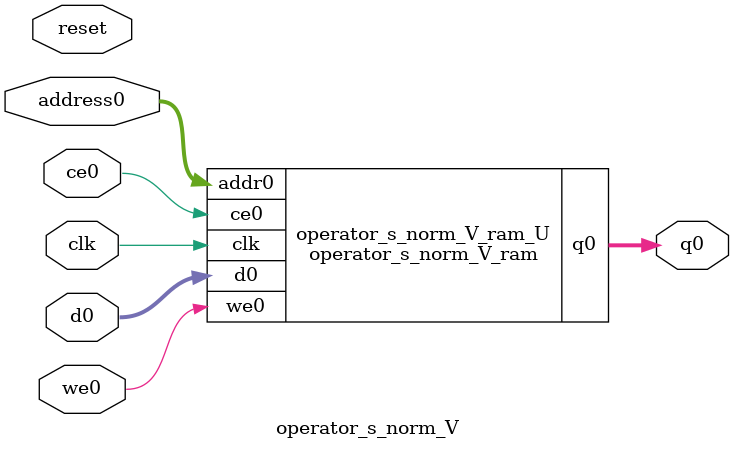
<source format=v>

`timescale 1 ns / 1 ps
module operator_s_norm_V_ram (addr0, ce0, d0, we0, q0,  clk);

parameter DWIDTH = 15;
parameter AWIDTH = 5;
parameter MEM_SIZE = 20;

input[AWIDTH-1:0] addr0;
input ce0;
input[DWIDTH-1:0] d0;
input we0;
output reg[DWIDTH-1:0] q0;
input clk;

(* ram_style = "distributed" *)reg [DWIDTH-1:0] ram[0:MEM_SIZE-1];




always @(posedge clk)  
begin 
    if (ce0) 
    begin
        if (we0) 
        begin 
            ram[addr0] <= d0; 
            q0 <= d0;
        end 
        else 
            q0 <= ram[addr0];
    end
end


endmodule


`timescale 1 ns / 1 ps
module operator_s_norm_V(
    reset,
    clk,
    address0,
    ce0,
    we0,
    d0,
    q0);

parameter DataWidth = 32'd15;
parameter AddressRange = 32'd20;
parameter AddressWidth = 32'd5;
input reset;
input clk;
input[AddressWidth - 1:0] address0;
input ce0;
input we0;
input[DataWidth - 1:0] d0;
output[DataWidth - 1:0] q0;



operator_s_norm_V_ram operator_s_norm_V_ram_U(
    .clk( clk ),
    .addr0( address0 ),
    .ce0( ce0 ),
    .we0( we0 ),
    .d0( d0 ),
    .q0( q0 ));

endmodule


</source>
